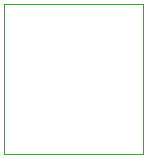
<source format=gbr>
G04 #@! TF.GenerationSoftware,KiCad,Pcbnew,(5.1.5)-3*
G04 #@! TF.CreationDate,2021-09-29T09:40:05-04:00*
G04 #@! TF.ProjectId,Connector,436f6e6e-6563-4746-9f72-2e6b69636164,rev?*
G04 #@! TF.SameCoordinates,Original*
G04 #@! TF.FileFunction,Profile,NP*
%FSLAX46Y46*%
G04 Gerber Fmt 4.6, Leading zero omitted, Abs format (unit mm)*
G04 Created by KiCad (PCBNEW (5.1.5)-3) date 2021-09-29 09:40:05*
%MOMM*%
%LPD*%
G04 APERTURE LIST*
%ADD10C,0.050000*%
G04 APERTURE END LIST*
D10*
X131572000Y-94615000D02*
X143383000Y-94615000D01*
X143383000Y-94615000D02*
X143383000Y-81915000D01*
X131572000Y-81915000D02*
X143383000Y-81915000D01*
X131572000Y-94615000D02*
X131572000Y-81915000D01*
M02*

</source>
